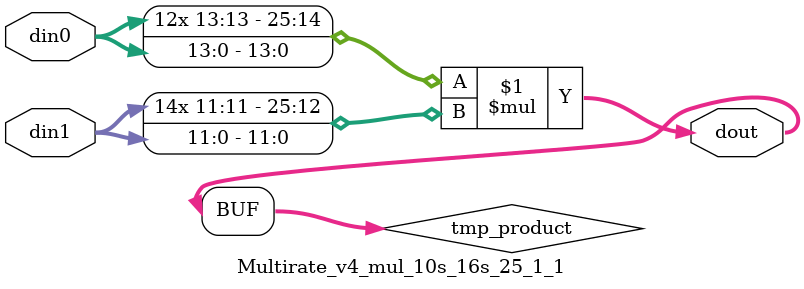
<source format=v>

`timescale 1 ns / 1 ps

 module Multirate_v4_mul_10s_16s_25_1_1(din0, din1, dout);
parameter ID = 1;
parameter NUM_STAGE = 0;
parameter din0_WIDTH = 14;
parameter din1_WIDTH = 12;
parameter dout_WIDTH = 26;

input [din0_WIDTH - 1 : 0] din0; 
input [din1_WIDTH - 1 : 0] din1; 
output [dout_WIDTH - 1 : 0] dout;

wire signed [dout_WIDTH - 1 : 0] tmp_product;



























assign tmp_product = $signed(din0) * $signed(din1);








assign dout = tmp_product;





















endmodule

</source>
